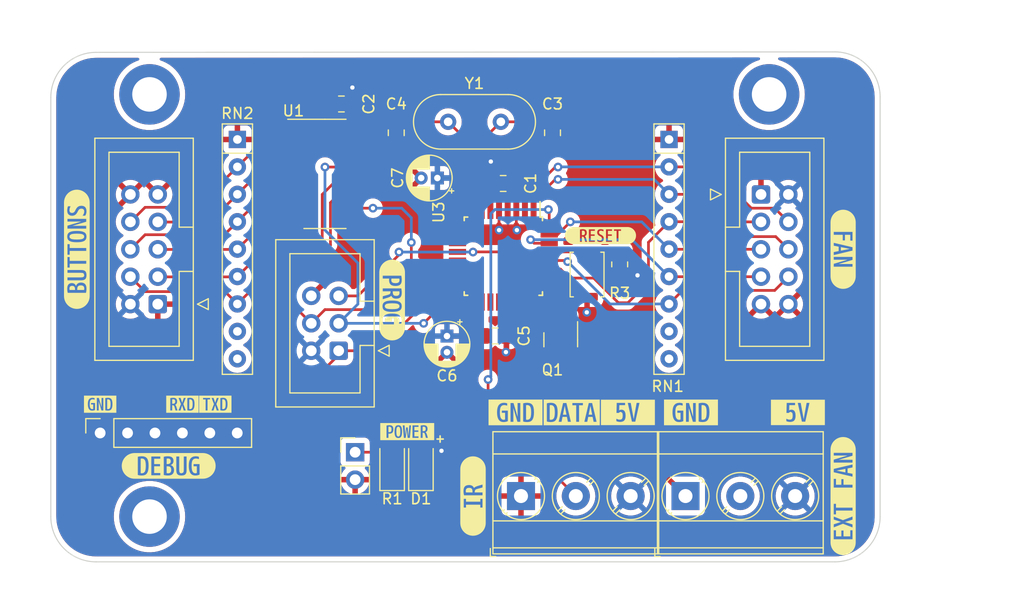
<source format=kicad_pcb>
(kicad_pcb (version 20211014) (generator pcbnew)
  (layers (0 "F.Cu" signal) (31 "B.Cu" signal) (34 "B.Paste" user) (35 "F.Paste" user) (36 "B.SilkS" user "B.Silkscreen") (37 "F.SilkS" user "F.Silkscreen") (38 "B.Mask" user) (39 "F.Mask" user) (44 "Edge.Cuts" user))
  (net 0 "")
  (net 1 "GND")
  (net 2 "Net-(C3-Pad1)")
  (net 3 "+5V")
  (net 4 "Net-(C4-Pad2)")
  (net 5 "MISO")
  (net 6 "SCK")
  (net 7 "MOSI")
  (net 8 "RESET")
  (net 14 "Net-(J6-Pad1)")
  (net 15 "IR_RECV")
  (net 19 "RL_4")
  (net 20 "RL_6")
  (net 21 "RL_8")
  (net 22 "CL_4")
  (net 23 "CL_6")
  (net 24 "CL_8")
  (net 25 "CL_3")
  (net 26 "CL_5")
  (net 27 "RL_3")
  (net 28 "RL_5")
  (net 31 "CL_7")
  (net 32 "RL_7")
  (net 36 "Net-(J5-Pad1)")
  (net 39 "SS")
  (net 40 "Net-(D1-Pad1)")
  (net 41 "EXT_FAN_ON")
  (net 48 "S_RX")
  (net 49 "S_TX")
  (footprint "MountingHole:MountingHole_3.2mm_M3_DIN965_Pad" (layer "F.Cu") (at 89.408 22.352)
    (fp_text reference "H1")
    (fp_text value "MountingHole_Pad")
    (pad "1" thru_hole circle locked (at 0 0) (size 5.6 5.6) (drill 3.2) (layers *.Cu *.Mask))
  )
  (footprint "Capacitor_SMD:C_0805_2012Metric_Pad1.18x1.45mm_HandSolder" (layer "F.Cu") (at 54.864 25.908 90)
    (fp_text reference "C4" (at 2.667 0) (layer "F.SilkS"))
    (fp_text value "22pF")
    (pad "1" smd roundrect (at -1.0375 0 90) (size 1.175 1.45) (layers "F.Cu" "F.Paste" "F.Mask") (roundrect_rratio 0.212766) (net 1 "GND"))
    (pad "2" smd roundrect (at 1.0375 0 90) (size 1.175 1.45) (layers "F.Cu" "F.Paste" "F.Mask") (roundrect_rratio 0.212766) (net 4 "Net-(C4-Pad2)"))
  )
  (footprint "LED_SMD:LED_1206_3216Metric" (layer "F.Cu") (at 57.15 56.769 90)
    (fp_text reference "D1" (at -3.048 0 180) (layer "F.SilkS"))
    (fp_text value "LED_PWR")
    (pad "1" smd roundrect (at -1.4 0 90) (size 1.25 1.75) (layers "F.Cu" "F.Paste" "F.Mask") (roundrect_rratio 0.2) (net 40 "Net-(D1-Pad1)"))
    (pad "2" smd roundrect (at 1.4 0 90) (size 1.25 1.75) (layers "F.Cu" "F.Paste" "F.Mask") (roundrect_rratio 0.2) (net 3 "+5V"))
  )
  (footprint "Package_SO:SOIC-16_3.9x9.9mm_P1.27mm" (layer "F.Cu") (at 48.26 29.718)
    (fp_text reference "U1" (at -2.921 -5.842) (layer "F.SilkS"))
    (fp_text value "MCP3208")
    (pad "1" smd roundrect locked (at -2.475 -4.445) (size 1.95 0.6) (layers "F.Cu" "F.Paste" "F.Mask") (net 24 "CL_8"))
    (pad "2" smd roundrect locked (at -2.475 -3.175) (size 1.95 0.6) (layers "F.Cu" "F.Paste" "F.Mask") (net 31 "CL_7"))
    (pad "3" smd roundrect locked (at -2.475 -1.905) (size 1.95 0.6) (layers "F.Cu" "F.Paste" "F.Mask") (net 23 "CL_6"))
    (pad "4" smd roundrect locked (at -2.475 -0.635) (size 1.95 0.6) (layers "F.Cu" "F.Paste" "F.Mask") (net 26 "CL_5"))
    (pad "5" smd roundrect locked (at -2.475 0.635) (size 1.95 0.6) (layers "F.Cu" "F.Paste" "F.Mask") (net 25 "CL_3"))
    (pad "6" smd roundrect locked (at -2.475 1.905) (size 1.95 0.6) (layers "F.Cu" "F.Paste" "F.Mask") (net 22 "CL_4"))
    (pad "7" smd roundrect locked (at -2.475 3.175) (size 1.95 0.6) (layers "F.Cu" "F.Paste" "F.Mask"))
    (pad "8" smd roundrect locked (at -2.475 4.445) (size 1.95 0.6) (layers "F.Cu" "F.Paste" "F.Mask"))
    (pad "9" smd roundrect locked (at 2.475 4.445) (size 1.95 0.6) (layers "F.Cu" "F.Paste" "F.Mask") (net 1 "GND"))
    (pad "10" smd roundrect locked (at 2.475 3.175) (size 1.95 0.6) (layers "F.Cu" "F.Paste" "F.Mask") (net 39 "SS"))
    (pad "11" smd roundrect locked (at 2.475 1.905) (size 1.95 0.6) (layers "F.Cu" "F.Paste" "F.Mask") (net 7 "MOSI"))
    (pad "12" smd roundrect locked (at 2.475 0.635) (size 1.95 0.6) (layers "F.Cu" "F.Paste" "F.Mask") (net 5 "MISO"))
    (pad "13" smd roundrect locked (at 2.475 -0.635) (size 1.95 0.6) (layers "F.Cu" "F.Paste" "F.Mask") (net 6 "SCK"))
    (pad "14" smd roundrect locked (at 2.475 -1.905) (size 1.95 0.6) (layers "F.Cu" "F.Paste" "F.Mask") (net 1 "GND"))
    (pad "15" smd roundrect locked (at 2.475 -3.175) (size 1.95 0.6) (layers "F.Cu" "F.Paste" "F.Mask") (net 3 "+5V"))
    (pad "16" smd roundrect locked (at 2.475 -4.445) (size 1.95 0.6) (layers "F.Cu" "F.Paste" "F.Mask") (net 3 "+5V"))
  )
  (footprint "Resistor_SMD:R_0805_2012Metric_Pad1.20x1.40mm_HandSolder" (layer "F.Cu") (at 75.565 38.1 90)
    (fp_text reference "R3" (at -2.667 0 180) (layer "F.SilkS"))
    (fp_text value "10k")
    (pad "1" smd roundrect (at -1 0 90) (size 1.2 1.4) (layers "F.Cu" "F.Paste" "F.Mask") (roundrect_rratio 0.208333) (net 3 "+5V"))
    (pad "2" smd roundrect (at 1 0 90) (size 1.2 1.4) (layers "F.Cu" "F.Paste" "F.Mask") (roundrect_rratio 0.208333) (net 8 "RESET"))
  )
  (footprint "Connector_PinHeader_2.54mm:PinHeader_1x02_P2.54mm_Vertical" (layer "F.Cu") (at 51.054 55.504)
    (fp_text reference "J6")
    (fp_text value "Conn_01x02")
    (pad "1" thru_hole rect (at 0 0) (size 1.7 1.7) (drill 1) (layers *.Cu *.Mask) (net 14 "Net-(J6-Pad1)"))
    (pad "2" thru_hole oval (at 0 2.54) (size 1.7 1.7) (drill 1) (layers *.Cu *.Mask) (net 1 "GND"))
  )
  (footprint "kibuzzard-63DE869D" (layer "F.Cu") (at 33.782 56.769)
    (fp_text reference "kibuzzard-63DE869D" hide)
    (fp_text value "G***" hide)
  )
  (footprint "Capacitor_THT:CP_Radial_D4.0mm_P1.50mm" (layer "F.Cu") (at 59.563 44.743401 -90)
    (fp_text reference "C6" (at 3.683 0) (layer "F.SilkS"))
    (fp_text value "10uF")
    (pad "1" thru_hole rect (at 0 0 270) (size 1.2 1.2) (drill 0.6) (layers *.Cu *.Mask) (net 3 "+5V"))
    (pad "2" thru_hole circle (at 1.5 0 270) (size 1.2 1.2) (drill 0.6) (layers *.Cu *.Mask) (net 1 "GND"))
  )
  (footprint "kibuzzard-63DC4623" (layer "F.Cu") (at 73.787 35.433)
    (fp_text reference "kibuzzard-63DC4623" hide)
    (fp_text value "G***" hide)
  )
  (footprint "LED_SMD:LED_1206_3216Metric" (layer "F.Cu") (at 54.483 56.769 90)
    (fp_text reference "R1" (at -3.048 0 180) (layer "F.SilkS"))
    (fp_text value "1k")
    (pad "1" smd roundrect (at -1.4 0 90) (size 1.25 1.75) (layers "F.Cu" "F.Paste" "F.Mask") (roundrect_rratio 0.2) (net 40 "Net-(D1-Pad1)"))
    (pad "2" smd roundrect (at 1.4 0 90) (size 1.25 1.75) (layers "F.Cu" "F.Paste" "F.Mask") (roundrect_rratio 0.2) (net 14 "Net-(J6-Pad1)"))
  )
  (footprint "Button_Switch_SMD:SW_Push_SPST_NO_Alps_SKRK" (layer "F.Cu") (at 72.5424 39.0398 -90)
    (fp_text reference "SW1")
    (fp_text value "SW_SPST")
    (pad "1" smd roundrect (at -2.1 0 270) (size 0.8 2) (layers "F.Cu" "F.Paste" "F.Mask") (net 8 "RESET"))
    (pad "2" smd roundrect (at 2.1 0 270) (size 0.8 2) (layers "F.Cu" "F.Paste" "F.Mask") (net 1 "GND"))
  )
  (footprint "Capacitor_THT:CP_Radial_D4.0mm_P1.50mm" (layer "F.Cu") (at 58.674 30.099 180)
    (fp_text reference "C7" (at 3.683 0 90) (layer "F.SilkS"))
    (fp_text value "10uF")
    (pad "1" thru_hole rect (at 0 0 180) (size 1.2 1.2) (drill 0.6) (layers *.Cu *.Mask) (net 3 "+5V"))
    (pad "2" thru_hole circle (at 1.5 0 180) (size 1.2 1.2) (drill 0.6) (layers *.Cu *.Mask) (net 1 "GND"))
  )
  (footprint "Crystal:Crystal_HC49-U_Vertical" (layer "F.Cu") (at 64.553 24.892 180)
    (fp_text reference "Y1" (at 2.44 3.556) (layer "F.SilkS"))
    (fp_text value "Crystal_Small")
    (pad "1" thru_hole circle (at 0 0 180) (size 1.5 1.5) (drill 0.8) (layers *.Cu *.Mask) (net 2 "Net-(C3-Pad1)"))
    (pad "2" thru_hole circle (at 4.88 0 180) (size 1.5 1.5) (drill 0.8) (layers *.Cu *.Mask) (net 4 "Net-(C4-Pad2)"))
  )
  (footprint "kibuzzard-63DE866F" (layer "F.Cu") (at 35.052 51.054)
    (fp_text reference "kibuzzard-63DE866F" hide)
    (fp_text value "G***" hide)
  )
  (footprint "kibuzzard-63DE6880" (layer "F.Cu") (at 55.88 53.594)
    (fp_text reference "kibuzzard-63DE6880" hide)
    (fp_text value "G***" hide)
  )
  (footprint "Capacitor_SMD:C_0805_2012Metric_Pad1.18x1.45mm_HandSolder" (layer "F.Cu") (at 69.342 25.908 -90)
    (fp_text reference "C3" (at -2.667 0 180) (layer "F.SilkS"))
    (fp_text value "22pF")
    (pad "1" smd roundrect (at -1.0375 0 270) (size 1.175 1.45) (layers "F.Cu" "F.Paste" "F.Mask") (roundrect_rratio 0.212766) (net 2 "Net-(C3-Pad1)"))
    (pad "2" smd roundrect (at 1.0375 0 270) (size 1.175 1.45) (layers "F.Cu" "F.Paste" "F.Mask") (roundrect_rratio 0.212766) (net 1 "GND"))
  )
  (footprint "kibuzzard-63DDA454" (layer "F.Cu") (at 96.266 36.703 -90)
    (fp_text reference "kibuzzard-63DDA454" hide)
    (fp_text value "G***" hide)
  )
  (footprint "Connector_IDC:IDC-Header_2x03_P2.54mm_Vertical" (layer "F.Cu") (at 49.53 46.101 180)
    (fp_text reference "J1")
    (fp_text value "Programming_Header")
    (pad "1" thru_hole roundrect (at 0 0 180) (size 1.7 1.7) (drill 1) (layers *.Cu *.Mask) (roundrect_rratio 0.147059) (net 5 "MISO"))
    (pad "2" thru_hole circle (at 2.54 0 180) (size 1.7 1.7) (drill 1) (layers *.Cu *.Mask) (net 3 "+5V"))
    (pad "3" thru_hole circle (at 0 2.54 180) (size 1.7 1.7) (drill 1) (layers *.Cu *.Mask) (net 6 "SCK"))
    (pad "4" thru_hole circle (at 2.54 2.54 180) (size 1.7 1.7) (drill 1) (layers *.Cu *.Mask) (net 7 "MOSI"))
    (pad "5" thru_hole circle (at 0 5.08 180) (size 1.7 1.7) (drill 1) (layers *.Cu *.Mask) (net 8 "RESET"))
    (pad "6" thru_hole circle (at 2.54 5.08 180) (size 1.7 1.7) (drill 1) (layers *.Cu *.Mask) (net 1 "GND"))
  )
  (footprint "Resistor_THT:R_Array_SIP9" (layer "F.Cu") (at 80.137 26.528 -90)
    (fp_text reference "RN1" (at 22.875 0.127) (layer "F.SilkS"))
    (fp_text value "10K")
    (pad "1" thru_hole rect locked (at 0 0 270) (size 1.6 1.6) (drill 0.8) (layers *.Cu *.Mask) (net 1 "GND"))
    (pad "2" thru_hole oval locked (at 2.54 0 270) (size 1.6 1.6) (drill 0.8) (layers *.Cu *.Mask) (net 19 "RL_4"))
    (pad "3" thru_hole oval locked (at 5.08 0 270) (size 1.6 1.6) (drill 0.8) (layers *.Cu *.Mask) (net 27 "RL_3"))
    (pad "4" thru_hole oval locked (at 7.62 0 270) (size 1.6 1.6) (drill 0.8) (layers *.Cu *.Mask) (net 20 "RL_6"))
    (pad "5" thru_hole oval locked (at 10.16 0 270) (size 1.6 1.6) (drill 0.8) (layers *.Cu *.Mask) (net 28 "RL_5"))
    (pad "6" thru_hole oval locked (at 12.7 0 270) (size 1.6 1.6) (drill 0.8) (layers *.Cu *.Mask) (net 32 "RL_7"))
    (pad "7" thru_hole oval locked (at 15.24 0 270) (size 1.6 1.6) (drill 0.8) (layers *.Cu *.Mask) (net 21 "RL_8"))
    (pad "8" thru_hole oval locked (at 17.78 0 270) (size 1.6 1.6) (drill 0.8) (layers *.Cu *.Mask))
    (pad "9" thru_hole oval locked (at 20.32 0 270) (size 1.6 1.6) (drill 0.8) (layers *.Cu *.Mask))
  )
  (footprint "kibuzzard-63DE8685" (layer "F.Cu") (at 27.432 51.054)
    (fp_text reference "kibuzzard-63DE8685" hide)
    (fp_text value "G***" hide)
  )
  (footprint "MountingHole:MountingHole_3.2mm_M3_DIN965_Pad" (layer "F.Cu") (at 32.004 61.468)
    (fp_text reference "H3")
    (fp_text value "MountingHole_Pad")
    (pad "1" thru_hole circle (at 0 0) (size 5.6 5.6) (drill 3.2) (layers *.Cu *.Mask))
  )
  (footprint "kibuzzard-63DDA41D" (layer "F.Cu") (at 25.273 36.703 90)
    (fp_text reference "kibuzzard-63DDA41D" hide)
    (fp_text value "G***" hide)
  )
  (footprint "Package_TO_SOT_SMD:SOT-23" (layer "F.Cu") (at 70.104 45.085 -90)
    (fp_text reference "Q1" (at 2.794 0.762) (layer "F.SilkS"))
    (fp_text value "AO3400A")
    (pad "1" smd roundrect (at -0.9375 -0.95 270) (size 1.475 0.6) (layers "F.Cu" "F.Paste" "F.Mask") (net 41 "EXT_FAN_ON"))
    (pad "2" smd roundrect (at -0.9375 0.95 270) (size 1.475 0.6) (layers "F.Cu" "F.Paste" "F.Mask") (net 1 "GND"))
    (pad "3" smd roundrect (at 0.9375 0 270) (size 1.475 0.6) (layers "F.Cu" "F.Paste" "F.Mask") (net 36 "Net-(J5-Pad1)"))
  )
  (footprint "Connector_IDC:IDC-Header_2x05_P2.54mm_Vertical" (layer "F.Cu") (at 88.6555 31.623)
    (fp_text reference "J3")
    (fp_text value "ToRelays")
    (pad "1" thru_hole roundrect locked (at 0 0) (size 1.7 1.7) (drill 1) (layers *.Cu *.Mask) (roundrect_rratio 0.147059) (net 1 "GND"))
    (pad "2" thru_hole circle locked (at 2.54 0) (size 1.7 1.7) (drill 1) (layers *.Cu *.Mask) (net 3 "+5V"))
    (pad "3" thru_hole circle locked (at 0 2.54) (size 1.7 1.7) (drill 1) (layers *.Cu *.Mask) (net 27 "RL_3"))
    (pad "4" thru_hole circle locked (at 2.54 2.54) (size 1.7 1.7) (drill 1) (layers *.Cu *.Mask) (net 19 "RL_4"))
    (pad "5" thru_hole circle locked (at 0 5.08) (size 1.7 1.7) (drill 1) (layers *.Cu *.Mask) (net 28 "RL_5"))
    (pad "6" thru_hole circle locked (at 2.54 5.08) (size 1.7 1.7) (drill 1) (layers *.Cu *.Mask) (net 20 "RL_6"))
    (pad "7" thru_hole circle locked (at 0 7.62) (size 1.7 1.7) (drill 1) (layers *.Cu *.Mask) (net 32 "RL_7"))
    (pad "8" thru_hole circle locked (at 2.54 7.62) (size 1.7 1.7) (drill 1) (layers *.Cu *.Mask) (net 21 "RL_8"))
    (pad "9" thru_hole circle locked (at 0 10.16) (size 1.7 1.7) (drill 1) (layers *.Cu *.Mask) (net 1 "GND"))
    (pad "10" thru_hole circle locked (at 2.54 10.16) (size 1.7 1.7) (drill 1) (layers *.Cu *.Mask) (net 1 "GND"))
  )
  (footprint "kibuzzard-63DE4E4C" (layer "F.Cu") (at 61.976 59.563 90)
    (fp_text reference "kibuzzard-63DE4E4C" hide)
    (fp_text value "G***" hide)
  )
  (footprint "Capacitor_SMD:C_0805_2012Metric_Pad1.18x1.45mm_HandSolder" (layer "F.Cu") (at 64.0334 44.7294)
    (fp_text reference "C5" (at 2.667 0 90) (layer "F.SilkS"))
    (fp_text value "100nF")
    (pad "1" smd roundrect (at -1.0375 0) (size 1.175 1.45) (layers "F.Cu" "F.Paste" "F.Mask") (roundrect_rratio 0.212766) (net 3 "+5V"))
    (pad "2" smd roundrect (at 1.0375 0) (size 1.175 1.45) (layers "F.Cu" "F.Paste" "F.Mask") (roundrect_rratio 0.212766) (net 1 "GND"))
  )
  (footprint "kibuzzard-63DE867D" (layer "F.Cu") (at 38.1 51.054)
    (fp_text reference "kibuzzard-63DE867D" hide)
    (fp_text value "G***" hide)
  )
  (footprint "Capacitor_SMD:C_0805_2012Metric" (layer "F.Cu") (at 49.784 23.241 180)
    (fp_text reference "C2" (at -2.54 0 90) (layer "F.SilkS"))
    (fp_text value "100nF/16V")
    (pad "1" smd roundrect (at -0.95 0 180) (size 1 1.45) (layers "F.Cu" "F.Paste" "F.Mask") (net 3 "+5V"))
    (pad "2" smd roundrect (at 0.95 0 180) (size 1 1.45) (layers "F.Cu" "F.Paste" "F.Mask") (net 1 "GND"))
  )
  (footprint "Package_QFP:TQFP-32_7x7mm_P0.8mm" (layer "F.Cu") (at 64.7864 37.3424 -90)
    (fp_text reference "U3" (at -4.0684 5.9854 -90) (layer "F.SilkS"))
    (fp_text value "ATmega328P-AU")
    (pad "1" smd rect (at -4.25 -2.8 270) (size 1.6 0.55) (layers "F.Cu" "F.Paste" "F.Mask") (net 27 "RL_3"))
    (pad "2" smd rect (at -4.25 -2 270) (size 1.6 0.55) (layers "F.Cu" "F.Paste" "F.Mask") (net 19 "RL_4"))
    (pad "3" smd rect (at -4.25 -1.2 270) (size 1.6 0.55) (layers "F.Cu" "F.Paste" "F.Mask") (net 1 "GND"))
    (pad "4" smd rect (at -4.25 -0.4 270) (size 1.6 0.55) (layers "F.Cu" "F.Paste" "F.Mask") (net 3 "+5V"))
    (pad "5" smd rect (at -4.25 0.4 270) (size 1.6 0.55) (layers "F.Cu" "F.Paste" "F.Mask") (net 1 "GND"))
    (pad "6" smd rect (at -4.25 1.2 270) (size 1.6 0.55) (layers "F.Cu" "F.Paste" "F.Mask") (net 3 "+5V"))
    (pad "7" smd rect (at -4.25 2 270) (size 1.6 0.55) (layers "F.Cu" "F.Paste" "F.Mask") (net 2 "Net-(C3-Pad1)"))
    (pad "8" smd rect (at -4.25 2.8 270) (size 1.6 0.55) (layers "F.Cu" "F.Paste" "F.Mask") (net 4 "Net-(C4-Pad2)"))
    (pad "9" smd rect (at -2.8 4.25) (size 1.6 0.55) (layers "F.Cu" "F.Paste" "F.Mask"))
    (pad "10" smd rect (at -2 4.25) (size 1.6 0.55) (layers "F.Cu" "F.Paste" "F.Mask") (net 48 "S_RX"))
    (pad "11" smd rect (at -1.2 4.25) (size 1.6 0.55) (layers "F.Cu" "F.Paste" "F.Mask") (net 49 "S_TX"))
    (pad "12" smd rect (at -0.4 4.25) (size 1.6 0.55) (layers "F.Cu" "F.Paste" "F.Mask"))
    (pad "13" smd rect (at 0.4 4.25) (size 1.6 0.55) (layers "F.Cu" "F.Paste" "F.Mask"))
    (pad "14" smd rect (at 1.2 4.25) (size 1.6 0.55) (layers "F.Cu" "F.Paste" "F.Mask") (net 39 "SS"))
    (pad "15" smd rect (at 2 4.25) (size 1.6 0.55) (layers "F.Cu" "F.Paste" "F.Mask") (net 7 "MOSI"))
    (pad "16" smd rect (at 2.8 4.25) (size 1.6 0.55) (layers "F.Cu" "F.Paste" "F.Mask") (net 5 "MISO"))
    (pad "17" smd rect (at 4.25 2.8 270) (size 1.6 0.55) (layers "F.Cu" "F.Paste" "F.Mask") (net 6 "SCK"))
    (pad "18" smd rect (at 4.25 2 270) (size 1.6 0.55) (layers "F.Cu" "F.Paste" "F.Mask") (net 3 "+5V"))
    (pad "19" smd rect (at 4.25 1.2 270) (size 1.6 0.55) (layers "F.Cu" "F.Paste" "F.Mask"))
    (pad "20" smd rect (at 4.25 0.4 270) (size 1.6 0.55) (layers "F.Cu" "F.Paste" "F.Mask"))
    (pad "21" smd rect (at 4.25 -0.4 270) (size 1.6 0.55) (layers "F.Cu" "F.Paste" "F.Mask") (net 1 "GND"))
    (pad "22" smd rect (at 4.25 -1.2 270) (size 1.6 0.55) (layers "F.Cu" "F.Paste" "F.Mask"))
    (pad "23" smd rect (at 4.25 -2 270) (size 1.6 0.55) (layers "F.Cu" "F.Paste" "F.Mask"))
    (pad "24" smd rect (at 4.25 -2.8 270) (size 1.6 0.55) (layers "F.Cu" "F.Paste" "F.Mask") (net 41 "EXT_FAN_ON"))
    (pad "25" smd rect (at 2.8 -4.25) (size 1.6 0.55) (layers "F.Cu" "F.Paste" "F.Mask"))
    (pad "26" smd rect (at 2 -4.25) (size 1.6 0.55) (layers "F.Cu" "F.Paste" "F.Mask"))
    (pad "27" smd rect (at 1.2 -4.25) (size 1.6 0.55) (layers "F.Cu" "F.Paste" "F.Mask") (net 20 "RL_6"))
    (pad "28" smd rect (at 0.4 -4.25) (size 1.6 0.55) (layers "F.Cu" "F.Paste" "F.Mask") (net 21 "RL_8"))
    (pad "29" smd rect (at -0.4 -4.25) (size 1.6 0.55) (layers "F.Cu" "F.Paste" "F.Mask") (net 8 "RESET"))
    (pad "30" smd rect (at -1.2 -4.25) (size 1.6 0.55) (layers "F.Cu" "F.Paste" "F.Mask") (net 32 "RL_7"))
    (pad "31" smd rect (at -2 -4.25) (size 1.6 0.55) (layers "F.Cu" "F.Paste" "F.Mask") (net 28 "RL_5"))
    (pad "32" smd rect (at -2.8 -4.25) (size 1.6 0.55) (layers "F.Cu" "F.Paste" "F.Mask") (net 15 "IR_RECV"))
  )
  (footprint "kibuzzard-63DE4E8B" (layer "F.Cu") (at 76.327 51.816)
    (fp_text reference "kibuzzard-63DE4E8B" hide)
    (fp_text value "G***" hide)
  )
  (footprint "Capacitor_SMD:C_0805_2012Metric_Pad1.18x1.45mm_HandSolder" (layer "F.Cu") (at 64.77 30.607 180)
    (fp_text reference "C1" (at -2.54 0 90) (layer "F.SilkS"))
    (fp_text value "100nF")
    (pad "1" smd roundrect (at -1.0375 0 180) (size 1.175 1.45) (layers "F.Cu" "F.Paste" "F.Mask") (roundrect_rratio 0.212766) (net 1 "GND"))
    (pad "2" smd roundrect (at 1.0375 0 180) (size 1.175 1.45) (layers "F.Cu" "F.Paste" "F.Mask") (roundrect_rratio 0.212766) (net 3 "+5V"))
  )
  (footprint "kibuzzard-63DE4E8B" (layer "F.Cu") (at 92.075 51.816)
    (fp_text reference "kibuzzard-63DE4E8B" hide)
    (fp_text value "G***" hide)
  )
  (footprint "kibuzzard-63DDA468" (layer "F.Cu") (at 54.483 41.402 -90)
    (fp_text reference "kibuzzard-63DDA468" hide)
    (fp_text value "G***" hide)
  )
  (footprint "kibuzzard-63DE4E9A" (layer "F.Cu") (at 65.913 51.816)
    (fp_text reference "kibuzzard-63DE4E9A" hide)
    (fp_text value "G***" hide)
  )
  (footprint "kibuzzard-63DE4E81" (layer "F.Cu") (at 71.12 51.816)
    (fp_text reference "kibuzzard-63DE4E81" hide)
    (fp_text value "G***" hide)
  )
  (footprint "MountingHole:MountingHole_3.2mm_M3_DIN965_Pad" (layer "F.Cu") (at 32.004 22.352)
    (fp_text reference "H2")
    (fp_text value "MountingHole_Pad")
    (pad "1" thru_hole circle locked (at 0 0) (size 5.6 5.6) (drill 3.2) (layers *.Cu *.Mask))
  )
  (footprint "kibuzzard-63DE4E9A" (layer "F.Cu") (at 82.169 51.816)
    (fp_text reference "kibuzzard-63DE4E9A" hide)
    (fp_text value "G***" hide)
  )
  (footprint "kibuzzard-63DE564F" (layer "F.Cu") (at 96.266 59.563 90)
    (fp_text reference "kibuzzard-63DE564F" hide)
    (fp_text value "G***" hide)
  )
  (footprint "Connector_IDC:IDC-Header_2x05_P2.54mm_Vertical" (layer "F.Cu") (at 32.7715 41.783 180)
    (fp_text reference "J2")
    (fp_text value "FromController")
    (pad "1" thru_hole roundrect locked (at 0 0 180) (size 1.7 1.7) (drill 1) (layers *.Cu *.Mask) (roundrect_rratio 0.147059) (net 1 "GND"))
    (pad "2" thru_hole circle locked (at 2.54 0 180) (size 1.7 1.7) (drill 1) (layers *.Cu *.Mask) (net 3 "+5V"))
    (pad "3" thru_hole circle locked (at 0 2.54 180) (size 1.7 1.7) (drill 1) (layers *.Cu *.Mask) (net 25 "CL_3"))
    (pad "4" thru_hole circle locked (at 2.54 2.54 180) (size 1.7 1.7) (drill 1) (layers *.Cu *.Mask) (net 22 "CL_4"))
    (pad "5" thru_hole circle locked (at 0 5.08 180) (size 1.7 1.7) (drill 1) (layers *.Cu *.Mask) (net 26 "CL_5"))
    (pad "6" thru_hole circle locked (at 2.54 5.08 180) (size 1.7 1.7) (drill 1) (layers *.Cu *.Mask) (net 23 "CL_6"))
    (pad "7" thru_hole circle locked (at 0 7.62 180) (size 1.7 1.7) (drill 1) (layers *.Cu *.Mask) (net 31 "CL_7"))
    (pad "8" thru_hole circle locked (at 2.54 7.62 180) (size 1.7 1.7) (drill 1) (layers *.Cu *.Mask) (net 24 "CL_8"))
    (pad "9" thru_hole circle locked (at 0 10.16 180) (size 1.7 1.7) (drill 1) (layers *.Cu *.Mask) (net 1 "GND"))
    (pad "10" thru_hole circle locked (at 2.54 10.16 180) (size 1.7 1.7) (drill 1) (layers *.Cu *.Mask) (net 1 "GND"))
  )
  (footprint "TerminalBlock_Phoenix:TerminalBlock_Phoenix_MKDS-3-3-5.08_1x03_P5.08mm_Horizontal" (layer "F.Cu") (at 81.661 59.563)
    (fp_text reference "J5")
    (fp_text value "Conn_ExtraFan")
    (pad "1" thru_hole rect (at 0 0) (size 2.6 2.6) (drill 1.3) (layers *.Cu *.Mask) (net 36 "Net-(J5-Pad1)"))
    (pad "2" thru_hole circle (at 5.08 0) (size 2.6 2.6) (drill 1.3) (layers *.Cu *.Mask))
    (pad "3" thru_hole circle (at 10.16 0) (size 2.6 2.6) (drill 1.3) (layers *.Cu *.Mask) (net 3 "+5V"))
  )
  (footprint "Resistor_THT:R_Array_SIP9" (layer "F.Cu") (at 40.147 26.528 -90)
    (fp_text reference "RN2" (at -2.413 0 180) (layer "F.SilkS"))
    (fp_text value "10K")
    (pad "1" thru_hole rect locked (at 0 0 270) (size 1.6 1.6) (drill 0.8) (layers *.Cu *.Mask) (net 1 "GND"))
    (pad "2" thru_hole oval locked (at 2.54 0 270) (size 1.6 1.6) (drill 0.8) (layers *.Cu *.Mask) (net 24 "CL_8"))
    (pad "3" thru_hole oval locked (at 5.08 0 270) (size 1.6 1.6) (drill 0.8) (layers *.Cu *.Mask) (net 31 "CL_7"))
    (pad "4" thru_hole oval locked (at 7.62 0 270) (size 1.6 1.6) (drill 0.8) (layers *.Cu *.Mask) (net 23 "CL_6"))
    (pad "5" thru_hole oval locked (at 10.16 0 270) (size 1.6 1.6) (drill 0.8) (layers *.Cu *.Mask) (net 26 "CL_5"))
    (pad "6" thru_hole oval locked (at 12.7 0 270) (size 1.6 1.6) (drill 0.8) (layers *.Cu *.Mask) (net 25 "CL_3"))
    (pad "7" thru_hole oval locked (at 15.24 0 270) (size 1.6 1.6) (drill 0.8) (layers *.Cu *.Mask) (net 22 "CL_4"))
    (pad "8" thru_hole oval locked (at 17.78 0 270) (size 1.6 1.6) (drill 0.8) (layers *.Cu *.Mask))
    (pad "9" thru_hole oval locked (at 20.32 0 270) (size 1.6 1.6) (drill 0.8) (layers *.Cu *.Mask))
  )
  (footprint "Connector_PinSocket_2.54mm:PinSocket_1x06_P2.54mm_Vertical" (layer "F.Cu") (at 27.432 53.721 90)
    (fp_text reference "J7")
    (fp_text value "Conn_01x06")
    (pad "1" thru_hole rect (at 0 0 90) (size 1.7 1.7) (drill 1) (layers *.Cu *.Mask) (net 1 "GND"))
    (pad "2" thru_hole oval (at 0 2.54 90) (size 1.7 1.7) (drill 1) (layers *.Cu *.Mask))
    (pad "3" thru_hole oval (at 0 5.08 90) (size 1.7 1.7) (drill 1) (layers *.Cu *.Mask))
    (pad "4" thru_hole oval (at 0 7.62 90) (size 1.7 1.7) (drill 1) (layers *.Cu *.Mask) (net 48 "S_RX"))
    (pad "5" thru_hole oval (at 0 10.16 90) (size 1.7 1.7) (drill 1) (layers *.Cu *.Mask) (net 49 "S_TX"))
    (pad "6" thru_hole oval (at 0 12.7 90) (size 1.7 1.7) (drill 1) (layers *.Cu *.Mask))
  )
  (footprint "TerminalBlock_Phoenix:TerminalBlock_Phoenix_MKDS-3-3-5.08_1x03_P5.08mm_Horizontal" (layer "F.Cu") (at 66.421 59.563)
    (fp_text reference "J4")
    (fp_text value "Conn_IR")
    (pad "1" thru_hole rect (at 0 0) (size 2.6 2.6) (drill 1.3) (layers *.Cu *.Mask) (net 1 "GND"))
    (pad "2" thru_hole circle (at 5.08 0) (size 2.6 2.6) (drill 1.3) (layers *.Cu *.Mask) (net 15 "IR_RECV"))
    (pad "3" thru_hole circle (at 10.16 0) (size 2.6 2.6) (drill 1.3) (layers *.Cu *.Mask) (net 3 "+5V"))
  )
  (gr_line (start 22.86 22.648485) (end 22.86 61.468) (layer "Edge.Cuts") (width 0.1))
  (gr_arc (start 27.051 65.659) (mid 24.087515 64.431485) (end 22.86 61.468) (layer "Edge.Cuts") (width 0.1))
  (gr_arc (start 22.86 22.648485) (mid 24.087515 19.685) (end 27.051 18.457485) (layer "Edge.Cuts") (width 0.1))
  (gr_line (start 99.695 61.468) (end 99.695 22.606) (layer "Edge.Cuts") (width 0.1))
  (gr_line (start 95.504 65.659) (end 27.051 65.659) (layer "Edge.Cuts") (width 0.1))
  (gr_line (start 95.504 18.415) (end 27.051 18.457485) (layer "Edge.Cuts") (width 0.1))
  (gr_arc (start 95.504 18.415) (mid 98.467485 19.642515) (end 99.695 22.606) (layer "Edge.Cuts") (width 0.1))
  (gr_arc (start 99.695 61.468) (mid 98.467485 64.431485) (end 95.504 65.659) (layer "Edge.Cuts") (width 0.1))
  (gr_text "+" (at 58.928 54.229) (layer "F.SilkS") (effects (font (size 0.75 0.75))))
  (segment (start 65.9864 34.8714) (end 66.04 34.925) (width 0.25) (layer "F.Cu") (net 1))
  (segment (start 72.5424 42.5196) (end 72.517 42.545) (width 0.25) (layer "F.Cu") (net 1))
  (segment (start 65.9864 33.0924) (end 65.9864 34.8714) (width 0.25) (layer "F.Cu") (net 1))
  (segment (start 65.0709 44.7294) (end 65.0709 46.1811) (width 0.5) (layer "F.Cu") (net 1))
  (segment (start 65.1864 44.6139) (end 65.0709 44.7294) (width 0.25) (layer "F.Cu") (net 1))
  (segment (start 65.8075 30.607) (end 65.9864 30.7859) (width 0.25) (layer "F.Cu") (net 1))
  (segment (start 65.9864 30.7859) (end 65.9864 33.0924) (width 0.25) (layer "F.Cu") (net 1))
  (segment (start 64.3864 34.9224) (end 64.389 34.925) (width 0.25) (layer "F.Cu") (net 1))
  (segment (start 64.3864 33.0924) (end 64.3864 34.9224) (width 0.25) (layer "F.Cu") (net 1))
  (segment (start 65.1864 41.5924) (end 65.1864 44.6139) (width 0.25) (layer "F.Cu") (net 1))
  (segment (start 72.5424 41.1398) (end 72.5424 42.5196) (width 0.25) (layer "F.Cu") (net 1))
  (segment (start 65.0709 46.1811) (end 65.024 46.228) (width 0.5) (layer "F.Cu") (net 1))
  (via (at 72.517 42.545) (size 0.8) (drill 0.4) (layers "F.Cu" "B.Cu") (net 1))
  (via (at 66.04 34.925) (size 0.8) (drill 0.4) (layers "F.Cu" "B.Cu") (net 1))
  (via (at 65.024 46.228) (size 0.8) (drill 0.4) (layers "F.Cu" "B.Cu") (net 1))
  (via (at 64.389 34.925) (size 0.8) (drill 0.4) (layers "F.Cu" "B.Cu") (net 1))
  (segment (start 69.3205 24.892) (end 69.342 24.8705) (width 0.25) (layer "F.Cu") (net 2))
  (segment (start 62.7864 33.0924) (end 62.7864 26.6586) (width 0.25) (layer "F.Cu") (net 2))
  (segment (start 64.553 24.892) (end 69.3205 24.892) (width 0.25) (layer "F.Cu") (net 2))
  (segment (start 62.7864 26.6586) (end 64.553 24.892) (width 0.25) (layer "F.Cu") (net 2))
  (segment (start 50.734 23.241) (end 50.734 21.783) (width 0.5) (layer "F.Cu") (net 3))
  (segment (start 50.734 21.783) (end 50.8 21.717) (width 0.5) (layer "F.Cu") (net 3))
  (segment (start 63.5864 30.7531) (end 63.5864 33.0924) (width 0.25) (layer "F.Cu") (net 3))
  (segment (start 62.7864 41.5924) (end 62.7864 44.5199) (width 0.25) (layer "F.Cu") (net 3))
  (segment (start 77.2 39.1) (end 77.216 39.116) (width 0.25) (layer "F.Cu") (net 3))
  (segment (start 63.751 30.607) (end 63.7325 30.607) (width 0.25) (layer "F.Cu") (net 3))
  (segment (start 59.563 44.743401) (end 62.981899 44.743401) (width 0.5) (layer "F.Cu") (net 3))
  (segment (start 63.7325 30.607) (end 63.5864 30.7531) (width 0.25) (layer "F.Cu") (net 3))
  (segment (start 63.627 28.575) (end 63.627 30.5015) (width 0.5) (layer "F.Cu") (net 3))
  (segment (start 62.981899 44.743401) (end 62.9959 44.7294) (width 0.5) (layer "F.Cu") (net 3))
  (segment (start 65.1864 33.0924) (end 65.1864 32.0424) (width 0.25) (layer "F.Cu") (net 3))
  (segment (start 57.15 55.369) (end 59.052 55.369) (width 0.25) (layer "F.Cu") (net 3))
  (segment (start 63.627 30.5015) (end 63.7325 30.607) (width 0.5) (layer "F.Cu") (net 3))
  (segment (start 63.2252 44.9587) (end 62.9959 44.7294) (width 0.25) (layer "F.Cu") (net 3))
  (segment (start 59.052 55.369) (end 59.055 55.372) (width 0.25) (layer "F.Cu") (net 3))
  (segment (start 62.7864 44.5199) (end 62.9959 44.7294) (width 0.25) (layer "F.Cu") (net 3))
  (segment (start 75.565 39.1) (end 77.2 39.1) (width 0.25) (layer "F.Cu") (net 3))
  (segment (start 65.1864 32.0424) (end 63.751 30.607) (width 0.25) (layer "F.Cu") (net 3))
  (via (at 77.216 39.116) (size 0.8) (drill 0.4) (layers "F.Cu" "B.Cu") (net 3))
  (via (at 59.055 55.372) (size 0.8) (drill 0.4) (layers "F.Cu" "B.Cu") (net 3))
  (via (at 50.8 21.717) (size 0.8) (drill 0.4) (layers "F.Cu" "B.Cu") (net 3))
  (via (at 63.627 28.575) (size 0.8) (drill 0.4) (layers "F.Cu" "B.Cu") (net 3))
  (segment (start 62.103 30.099) (end 63.627 28.575) (width 0.5) (layer "B.Cu") (net 3))
  (segment (start 58.674 30.099) (end 62.103 30.099) (width 0.5) (layer "B.Cu") (net 3))
  (segment (start 61.9864 27.2054) (end 59.673 24.892) (width 0.25) (layer "F.Cu") (net 4))
  (segment (start 54.8855 24.892) (end 59.673 24.892) (width 0.25) (layer "F.Cu") (net 4))
  (segment (start 54.864 24.8705) (end 54.8855 24.892) (width 0.25) (layer "F.Cu") (net 4))
  (segment (start 61.9864 33.0924) (end 61.9864 27.2054) (width 0.25) (layer "F.Cu") (net 4))
  (segment (start 49.53 46.101) (end 53.086 46.101) (width 0.25) (layer "F.Cu") (net 5))
  (segment (start 44.958 48.26) (end 44.323 47.625) (width 0.25) (layer "F.Cu") (net 5))
  (segment (start 47.752 48.26) (end 44.958 48.26) (width 0.25) (layer "F.Cu") (net 5))
  (segment (start 49.276 30.353) (end 50.735 30.353) (width 0.25) (layer "F.Cu") (net 5))
  (segment (start 49.53 46.101) (end 49.53 46.482) (width 0.25) (layer "F.Cu") (net 5))
  (segment (start 44.323 47.625) (end 44.323 39.37) (width 0.25) (layer "F.Cu") (net 5))
  (segment (start 48.006 31.623) (end 49.276 30.353) (width 0.25) (layer "F.Cu") (net 5))
  (segment (start 44.323 39.37) (end 48.006 35.687) (width 0.25) (layer "F.Cu") (net 5))
  (segment (start 53.086 46.101) (end 59.0446 40.1424) (width 0.25) (layer "F.Cu") (net 5))
  (segment (start 48.006 35.687) (end 48.006 31.623) (width 0.25) (layer "F.Cu") (net 5))
  (segment (start 49.53 46.482) (end 47.752 48.26) (width 0.25) (layer "F.Cu") (net 5))
  (segment (start 59.0446 40.1424) (end 60.5364 40.1424) (width 0.25) (layer "F.Cu") (net 5))
  (segment (start 61.9864 41.5924) (end 59.3726 41.5924) (width 0.25) (layer "F.Cu") (net 6))
  (segment (start 59.3726 41.5924) (end 57.404 43.561) (width 0.25) (layer "F.Cu") (net 6))
  (segment (start 48.26 29.083) (end 50.735 29.083) (width 0.25) (layer "F.Cu") (net 6))
  (via (at 57.404 43.561) (size 0.8) (drill 0.4) (layers "F.Cu" "B.Cu") (net 6))
  (via (at 48.26 29.083) (size 0.8) (drill 0.4) (layers "F.Cu" "B.Cu") (net 6))
  (segment (start 49.53 43.561) (end 57.404 43.561) (width 0.25) (layer "B.Cu") (net 6))
  (segment (start 51.308 37.973) (end 48.387 35.052) (width 0.25) (layer "B.Cu") (net 6))
  (segment (start 51.308 41.529) (end 51.308 37.973) (width 0.25) (layer "B.Cu") (net 6))
  (segment (start 49.53 43.561) (end 51.308 41.783) (width 0.25) (layer "B.Cu") (net 6))
  (segment (start 48.387 35.052) (end 48.26 34.925) (width 0.25) (layer "B.Cu") (net 6))
  (segment (start 51.308 41.783) (end 51.308 41.529) (width 0.25) (layer "B.Cu") (net 6))
  (segment (start 48.26 34.925) (end 48.26 29.083) (width 0.25) (layer "B.Cu") (net 6))
  (segment (start 45.339 41.91) (end 45.339 39.751) (width 0.25) (layer "F.Cu") (net 7))
  (segment (start 46.99 43.561) (end 45.339 41.91) (width 0.25) (layer "F.Cu") (net 7))
  (segment (start 48.26 42.291) (end 54.102 42.291) (width 0.25) (layer "F.Cu") (net 7))
  (segment (start 54.102 42.291) (end 57.0506 39.3424) (width 0.25) (layer "F.Cu") (net 7))
  (segment (start 46.99 43.561) (end 48.26 42.291) (width 0.25) (layer "F.Cu") (net 7))
  (segment (start 57.0506 39.3424) (end 60.5364 39.3424) (width 0.25) (layer "F.Cu") (net 7))
  (segment (start 48.768 36.322) (end 48.768 32.385) (width 0.25) (layer "F.Cu") (net 7))
  (segment (start 49.53 31.623) (end 50.735 31.623) (width 0.25) (layer "F.Cu") (net 7))
  (segment (start 45.339 39.751) (end 48.768 36.322) (width 0.25) (layer "F.Cu") (net 7))
  (segment (start 48.768 32.385) (end 49.53 31.623) (width 0.25) (layer "F.Cu") (net 7))
  (segment (start 72.5424 36.9398) (end 75.4048 36.9398) (width 0.25) (layer "F.Cu") (net 8))
  (segment (start 51.308 41.021) (end 52.959 39.37) (width 0.25) (layer "F.Cu") (net 8))
  (segment (start 49.53 41.021) (end 51.308 41.021) (width 0.25) (layer "F.Cu") (net 8))
  (segment (start 61.976 36.957) (end 61.9906 36.9424) (width 0.25) (layer "F.Cu") (net 8))
  (segment (start 75.4048 36.9398) (end 75.565 37.1) (width 0.25) (layer "F.Cu") (net 8))
  (segment (start 69.0364 36.9424) (end 72.5398 36.9424) (width 0.25) (layer "F.Cu") (net 8))
  (segment (start 69.0218 36.957) (end 69.0364 36.9424) (width 0.25) (layer "F.Cu") (net 8))
  (segment (start 55.118 37.211) (end 55.118 36.957) (width 0.25) (layer "F.Cu") (net 8))
  (segment (start 61.9906 36.9424) (end 69.0364 36.9424) (width 0.25) (layer "F.Cu") (net 8))
  (segment (start 52.959 39.37) (end 55.118 37.211) (width 0.25) (layer "F.Cu") (net 8))
  (segment (start 72.5398 36.9424) (end 72.5424 36.9398) (width 0.25) (layer "F.Cu") (net 8))
  (via (at 55.118 36.957) (size 0.8) (drill 0.4) (layers "F.Cu" "B.Cu") (net 8))
  (via (at 61.976 36.957) (size 0.8) (drill 0.4) (layers "F.Cu" "B.Cu") (net 8))
  (segment (start 55.118 36.957) (end 61.976 36.957) (width 0.25) (layer "B.Cu") (net 8))
  (segment (start 51.054 55.504) (end 54.348 55.504) (width 0.25) (layer "F.Cu") (net 14))
  (segment (start 54.348 55.504) (end 54.483 55.369) (width 0.25) (layer "F.Cu") (net 14))
  (segment (start 69.0364 33.0954) (end 68.961 33.02) (width 0.25) (layer "F.Cu") (net 15))
  (segment (start 63.373 48.768) (end 63.373 51.435) (width 0.25) (layer "F.Cu") (net 15))
  (segment (start 69.0364 34.5424) (end 69.0364 33.0954) (width 0.25) (layer "F.Cu") (net 15))
  (segment (start 63.373 51.435) (end 71.501 59.563) (width 0.25) (layer "F.Cu") (net 15))
  (segment (start 69.0364 34.5424) (end 69.3436 34.5424) (width 0.25) (layer "F.Cu") (net 15))
  (via (at 68.961 33.02) (size 0.8) (drill 0.4) (layers "F.Cu" "B.Cu") (net 15))
  (via (at 63.373 48.768) (size 0.8) (drill 0.4) (layers "F.Cu" "B.Cu") (net 15))
  (segment (start 68.961 33.02) (end 64.008 33.02) (width 0.25) (layer "B.Cu") (net 15))
  (segment (start 63.627 33.401) (end 63.627 48.514) (width 0.25) (layer "B.Cu") (net 15))
  (segment (start 63.627 48.514) (end 63.373 48.768) (width 0.25) (layer "B.Cu") (net 15))
  (segment (start 64.008 33.02) (end 63.627 33.401) (width 0.25) (layer "B.Cu") (net 15))
  (segment (start 66.7864 33.0924) (end 66.7864 31.8926) (width 0.25) (layer "F.Cu") (net 19))
  (segment (start 87.757 32.893) (end 83.932 29.068) (width 0.25) (layer "F.Cu") (net 19))
  (segment (start 69.596 29.083) (end 69.85 29.083) (width 0.25) (layer "F.Cu") (net 19))
  (segment (start 83.932 29.068) (end 80.137 29.068) (width 0.25) (layer "F.Cu") (net 19))
  (segment (start 66.7864 31.8926) (end 69.596 29.083) (width 0.25) (layer "F.Cu") (net 19))
  (segment (start 91.1955 34.163) (end 89.9255 32.893) (width 0.25) (layer "F.Cu") (net 19))
  (segment (start 89.9255 32.893) (end 87.757 32.893) (width 0.25) (layer "F.Cu") (net 19))
  (via (at 69.85 29.083) (size 0.8) (drill 0.4) (layers "F.Cu" "B.Cu") (net 19))
  (segment (start 69.865 29.068) (end 80.137 29.068) (width 0.25) (layer "B.Cu") (net 19))
  (segment (start 69.85 29.083) (end 69.865 29.068) (width 0.25) (layer "B.Cu") (net 19))
  (segment (start 87.471 35.528) (end 86.091 34.148) (width 0.25) (layer "F.Cu") (net 20))
  (segment (start 70.866 39.322) (end 70.866 39.37) (width 0.25) (layer "F.Cu") (net 20))
  (segment (start 73.152 39.37) (end 75.438 41.656) (width 0.25) (layer "F.Cu") (net 20))
  (segment (start 86.091 34.148) (end 80.137 34.148) (width 0.25) (layer "F.Cu") (net 20))
  (segment (start 78.232 39.751) (end 78.232 36.053) (width 0.25) (layer "F.Cu") (net 20))
  (segment (start 78.232 36.053) (end 80.137 34.148) (width 0.25) (layer "F.Cu") (net 20))
  (segment (start 90.0205 35.528) (end 87.471 35.528) (width 0.25) (layer "F.Cu") (net 20))
  (segment (start 91.1955 36.703) (end 90.0205 35.528) (width 0.25) (layer "F.Cu") (net 20))
  (segment (start 75.438 41.656) (end 76.327 41.656) (width 0.25) (layer "F.Cu") (net 20))
  (segment (start 70.866 39.37) (end 73.152 39.37) (width 0.25) (layer "F.Cu") (net 20))
  (segment (start 69.0364 38.5424) (end 70.0864 38.5424) (width 0.25) (layer "F.Cu") (net 20))
  (segment (start 70.0864 38.5424) (end 70.866 39.322) (width 0.25) (layer "F.Cu") (net 20))
  (segment (start 76.327 41.656) (end 78.232 39.751) (width 0.25) (layer "F.Cu") (net 20))
  (segment (start 79.741 34.148) (end 80.137 34.148) (width 0.25) (layer "B.Cu") (net 20))
  (segment (start 91.1955 39.243) (end 89.9255 40.513) (width 0.25) (layer "F.Cu") (net 21))
  (segment (start 69.0364 37.7424) (end 70.6354 37.7424) (width 0.25) (layer "F.Cu") (net 21))
  (segment (start 70.6354 37.7424) (end 70.739 37.846) (width 0.25) (layer "F.Cu") (net 21))
  (segment (start 89.9255 40.513) (end 81.392 40.513) (width 0.25) (layer "F.Cu") (net 21))
  (segment (start 81.392 40.513) (end 80.137 41.768) (width 0.25) (layer "F.Cu") (net 21))
  (via (at 70.739 37.846) (size 0.8) (drill 0.4) (layers "F.Cu" "B.Cu") (net 21))
  (segment (start 74.661 41.768) (end 80.137 41.768) (width 0.25) (layer "B.Cu") (net 21))
  (segment (start 70.739 37.846) (end 74.661 41.768) (width 0.25) (layer "B.Cu") (net 21))
  (segment (start 30.2315 39.258) (end 31.5965 40.623) (width 0.25) (layer "F.Cu") (net 22))
  (segment (start 43.942 37.973) (end 40.147 41.768) (width 0.25) (layer "F.Cu") (net 22))
  (segment (start 43.942 32.385) (end 43.942 37.973) (width 0.25) (layer "F.Cu") (net 22))
  (segment (start 44.704 31.623) (end 43.942 32.385) (width 0.25) (layer "F.Cu") (net 22))
  (segment (start 45.785 31.623) (end 44.704 31.623) (width 0.25) (layer "F.Cu") (net 22))
  (segment (start 31.5965 40.623) (end 39.002 40.623) (width 0.25) (layer "F.Cu") (net 22))
  (segment (start 39.002 40.623) (end 40.147 41.768) (width 0.25) (layer "F.Cu") (net 22))
  (segment (start 41.91 30.861) (end 41.91 32.385) (width 0.25) (layer "F.Cu") (net 23))
  (segment (start 45.785 27.813) (end 44.958 27.813) (width 0.25) (layer "F.Cu") (net 23))
  (segment (start 44.958 27.813) (end 41.91 30.861) (width 0.25) (layer "F.Cu") (net 23))
  (segment (start 41.91 32.385) (end 40.147 34.148) (width 0.25) (layer "F.Cu") (net 23))
  (segment (start 30.2315 36.718) (end 31.5965 35.353) (width 0.25) (layer "F.Cu") (net 23))
  (segment (start 38.942 35.353) (end 40.147 34.148) (width 0.25) (layer "F.Cu") (net 23))
  (segment (start 31.5965 35.353) (end 38.942 35.353) (width 0.25) (layer "F.Cu") (net 23))
  (segment (start 30.2315 34.178) (end 31.5965 32.813) (width 0.25) (layer "F.Cu") (net 24))
  (segment (start 36.402 32.813) (end 40.147 29.068) (width 0.25) (layer "F.Cu") (net 24))
  (segment (start 43.942 25.273) (end 45.785 25.273) (width 0.25) (layer "F.Cu") (net 24))
  (segment (start 31.5965 32.813) (end 36.402 32.813) (width 0.25) (layer "F.Cu") (net 24))
  (segment (start 40.147 29.068) (end 43.942 25.273) (width 0.25) (layer "F.Cu") (net 24))
  (segment (start 45.785 30.353) (end 44.45 30.353) (width 0.25) (layer "F.Cu") (net 25))
  (segment (start 32.7715 39.258) (end 40.117 39.258) (width 0.25) (layer "F.Cu") (net 25))
  (segment (start 43.18 31.623) (end 43.18 36.195) (width 0.25) (layer "F.Cu") (net 25))
  (segment (start 44.45 30.353) (end 43.18 31.623) (width 0.25) (layer "F.Cu") (net 25))
  (segment (start 40.117 39.258) (end 40.147 39.228) (width 0.25) (layer "F.Cu") (net 25))
  (segment (start 43.18 36.195) (end 40.147 39.228) (width 0.25) (layer "F.Cu") (net 25))
  (segment (start 45.785 29.083) (end 44.704 29.083) (width 0.25) (layer "F.Cu") (net 26))
  (segment (start 40.117 36.718) (end 40.147 36.688) (width 0.25) (layer "F.Cu") (net 26))
  (segment (start 42.545 31.242) (end 42.545 34.29) (width 0.25) (layer "F.Cu") (net 26))
  (segment (start 42.545 34.29) (end 40.147 36.688) (width 0.25) (layer "F.Cu") (net 26))
  (segment (start 44.704 29.083) (end 42.545 31.242) (width 0.25) (layer "F.Cu") (net 26))
  (segment (start 32.7715 36.718) (end 40.117 36.718) (width 0.25) (layer "F.Cu") (net 26))
  (segment (start 69.596 30.226) (end 69.85 30.226) (width 0.25) (layer "F.Cu") (net 27))
  (segment (start 84.567 31.608) (end 87.122 34.163) (width 0.25) (layer "F.Cu") (net 27))
  (segment (start 67.5864 33.0924) (end 67.5864 32.2356) (width 0.25) (layer "F.Cu") (net 27))
  (segment (start 80.137 31.608) (end 84.567 31.608) (width 0.25) (layer "F.Cu") (net 27))
  (segment (start 67.5864 32.2356) (end 69.596 30.226) (width 0.25) (layer "F.Cu") (net 27))
  (segment (start 87.122 34.163) (end 88.6555 34.163) (width 0.25) (layer "F.Cu") (net 27))
  (via (at 69.85 30.226) (size 0.8) (drill 0.4) (layers "F.Cu" "B.Cu") (net 27))
  (segment (start 69.85 30.226) (end 78.755 30.226) (width 0.25) (layer "B.Cu") (net 27))
  (segment (start 78.755 30.226) (end 80.137 31.608) (width 0.25) (layer "B.Cu") (net 27))
  (segment (start 69.8136 35.3424) (end 70.993 34.163) (width 0.25) (layer "F.Cu") (net 28))
  (segment (start 69.0364 35.3424) (end 69.8136 35.3424) (width 0.25) (layer "F.Cu") (net 28))
  (segment (start 88.6555 36.703) (end 80.152 36.703) (width 0.25) (layer "F.Cu") (net 28))
  (segment (start 80.152 36.703) (end 80.137 36.688) (width 0.25) (layer "F.Cu") (net 28))
  (via (at 70.993 34.163) (size 0.8) (drill 0.4) (layers "F.Cu" "B.Cu") (net 28))
  (segment (start 70.993 34.163) (end 77.612 34.163) (width 0.25) (layer "B.Cu") (net 28))
  (segment (start 77.612 34.163) (end 80.137 36.688) (width 0.25) (layer "B.Cu") (net 28))
  (segment (start 40.147 31.608) (end 45.212 26.543) (width 0.25) (layer "F.Cu") (net 31))
  (segment (start 37.577 34.178) (end 40.147 31.608) (width 0.25) (layer "F.Cu") (net 31))
  (segment (start 32.7715 34.178) (end 37.577 34.178) (width 0.25) (layer "F.Cu") (net 31))
  (segment (start 45.212 26.543) (end 45.785 26.543) (width 0.25) (layer "F.Cu") (net 31))
  (segment (start 69.0364 36.1424) (end 67.6384 36.1424) (width 0.25) (layer "F.Cu") (net 32))
  (segment (start 88.6555 39.243) (end 80.152 39.243) (width 0.25) (layer "F.Cu") (net 32))
  (segment (start 67.6384 36.1424) (end 67.31 35.814) (width 0.25) (layer "F.Cu") (net 32))
  (segment (start 80.152 39.243) (end 80.137 39.228) (width 0.25) (layer "F.Cu") (net 32))
  (via (at 67.31 35.814) (size 0.8) (drill 0.4) (layers "F.Cu" "B.Cu") (net 32))
  (segment (start 67.31 35.814) (end 76.708 35.814) (width 0.25) (layer "B.Cu") (net 32))
  (segment (start 80.122 39.228) (end 80.137 39.228) (width 0.25) (layer "B.Cu") (net 32))
  (segment (start 76.708 35.814) (end 80.122 39.228) (width 0.25) (layer "B.Cu") (net 32))
  (segment (start 81.788 59.563) (end 81.661 59.563) (width 0.5) (layer "F.Cu") (net 36))
  (segment (start 70.104 48.006) (end 70.104 46.0225) (width 0.5) (layer "F.Cu") (net 36))
  (segment (start 81.661 59.563) (end 70.104 48.006) (width 0.5) (layer "F.Cu") (net 36))
  (segment (start 57.0844 38.5424) (end 56.261 37.719) (width 0.25) (layer "F.Cu") (net 39))
  (segment (start 52.705 32.893) (end 50.735 32.893) (width 0.25) (layer "F.Cu") (net 39))
  (segment (start 56.261 37.719) (end 56.261 36.068) (width 0.25) (layer "F.Cu") (net 39))
  (segment (start 60.5364 38.5424) (end 57.0844 38.5424) (width 0.25) (layer "F.Cu") (net 39))
  (via (at 56.261 36.068) (size 0.8) (drill 0.4) (layers "F.Cu" "B.Cu") (net 39))
  (via (at 52.705 32.893) (size 0.8) (drill 0.4) (layers "F.Cu" "B.Cu") (net 39))
  (segment (start 56.261 33.782) (end 55.372 32.893) (width 0.25) (layer "B.Cu") (net 39))
  (segment (start 56.261 36.068) (end 56.261 33.782) (width 0.25) (layer "B.Cu") (net 39))
  (segment (start 55.372 32.893) (end 52.705 32.893) (width 0.25) (layer "B.Cu") (net 39))
  (segment (start 57.15 58.169) (end 54.483 58.169) (width 0.25) (layer "F.Cu") (net 40))
  (segment (start 71.12 44.0815) (end 71.054 44.1475) (width 0.25) (layer "F.Cu") (net 41))
  (segment (start 67.5864 41.5924) (end 69.9134 41.5924) (width 0.25) (layer "F.Cu") (net 41))
  (segment (start 69.9134 41.5924) (end 71.12 42.799) (width 0.25) (layer "F.Cu") (net 41))
  (segment (start 71.12 42.799) (end 71.12 44.0815) (width 0.25) (layer "F.Cu") (net 41))
  (zone (net 3) (net_name "+5V") (layer "F.Cu") (connect_pads (clearance 0.508)) (min_thickness 0.254) (fill yes (thermal_gap 0.508) (thermal_bridge_width 0.508))
    (polygon (pts (xy 52.07 27.051) (xy 49.657 27.051) (xy 49.657 22.225) (xy 52.07 22.225)))
  )
  (zone (net 1) (net_name "GND") (layer "F.Cu") (connect_pads (clearance 0.508)) (min_thickness 0.254) (fill yes (thermal_gap 0.508) (thermal_bridge_width 0.508))
    (polygon (pts (xy 113.03 13.843) (xy 112.903 68.326) (xy 18.281576 68.345374) (xy 18.916576 13.608374)))
  )
  (zone (net 3) (net_name "+5V") (layer "B.Cu") (connect_pads (clearance 0.508)) (min_thickness 0.254) (fill yes (thermal_gap 0.508) (thermal_bridge_width 0.508))
    (polygon (pts (xy 113.014974 13.842826) (xy 112.887974 68.325826) (xy 18.153431 68.343888) (xy 18.788431 13.606888)))
  )
)
</source>
